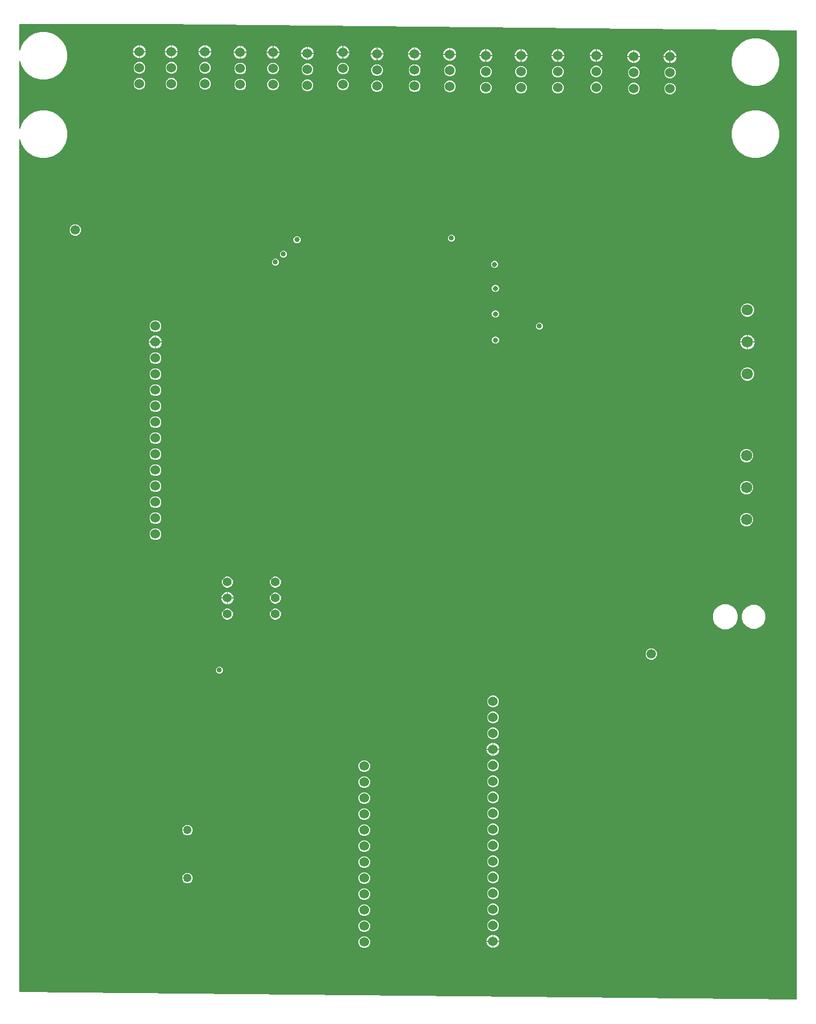
<source format=gbr>
G04 EAGLE Gerber RS-274X export*
G75*
%MOMM*%
%FSLAX34Y34*%
%LPD*%
%INCopper Layer 2*%
%IPPOS*%
%AMOC8*
5,1,8,0,0,1.08239X$1,22.5*%
G01*
G04 Define Apertures*
%ADD10C,1.524000*%
%ADD11C,1.320800*%
%ADD12C,1.800000*%
%ADD13C,1.408000*%
%ADD14C,0.806400*%
%ADD15C,1.056400*%
%ADD16C,0.756400*%
%ADD17C,1.500000*%
G36*
X1119468Y-535774D02*
X1119170Y-535831D01*
X-113546Y-523624D01*
X-113813Y-523573D01*
X-114068Y-523410D01*
X-114240Y-523160D01*
X-114300Y-522862D01*
X-114300Y829096D01*
X-114215Y829445D01*
X-114026Y829682D01*
X-113759Y829826D01*
X-113457Y829854D01*
X-113168Y829762D01*
X-112937Y829565D01*
X-112802Y829293D01*
X-111294Y823664D01*
X-106336Y815076D01*
X-99324Y808065D01*
X-90736Y803106D01*
X-81158Y800540D01*
X-71242Y800540D01*
X-61664Y803106D01*
X-53076Y808065D01*
X-46065Y815076D01*
X-41106Y823664D01*
X-38540Y833242D01*
X-38540Y843158D01*
X-41106Y852736D01*
X-46065Y861324D01*
X-53076Y868336D01*
X-61664Y873294D01*
X-71242Y875860D01*
X-81158Y875860D01*
X-90736Y873294D01*
X-99324Y868336D01*
X-106336Y861324D01*
X-111294Y852736D01*
X-112802Y847107D01*
X-112974Y846791D01*
X-113219Y846612D01*
X-113514Y846542D01*
X-113813Y846593D01*
X-114068Y846757D01*
X-114240Y847007D01*
X-114300Y847304D01*
X-114300Y953677D01*
X-114215Y954026D01*
X-114026Y954263D01*
X-113759Y954406D01*
X-113457Y954435D01*
X-113168Y954343D01*
X-112937Y954146D01*
X-112802Y953874D01*
X-111263Y948129D01*
X-106305Y939542D01*
X-99293Y932530D01*
X-90705Y927572D01*
X-81127Y925005D01*
X-71211Y925005D01*
X-61633Y927572D01*
X-53045Y932530D01*
X-46034Y939542D01*
X-41076Y948129D01*
X-38509Y957707D01*
X-38509Y967623D01*
X-41076Y977202D01*
X-46034Y985789D01*
X-53045Y992801D01*
X-61633Y997759D01*
X-71211Y1000325D01*
X-81127Y1000325D01*
X-90705Y997759D01*
X-99293Y992801D01*
X-106305Y985789D01*
X-111263Y977202D01*
X-112802Y971457D01*
X-112974Y971141D01*
X-113219Y970962D01*
X-113514Y970892D01*
X-113813Y970943D01*
X-114068Y971106D01*
X-114240Y971357D01*
X-114300Y971654D01*
X-114300Y1011938D01*
X-114249Y1012213D01*
X-114085Y1012468D01*
X-113835Y1012640D01*
X-113538Y1012700D01*
X104047Y1012700D01*
X104055Y1012700D01*
X1119186Y1002648D01*
X1119453Y1002596D01*
X1119708Y1002433D01*
X1119880Y1002183D01*
X1119940Y1001886D01*
X1119940Y-535069D01*
X1119886Y-535351D01*
X1119720Y-535605D01*
X1119468Y-535774D01*
G37*
%LPC*%
G36*
X1049142Y914840D02*
X1059058Y914840D01*
X1068636Y917406D01*
X1077224Y922365D01*
X1084236Y929376D01*
X1089194Y937964D01*
X1091760Y947542D01*
X1091760Y957458D01*
X1089194Y967036D01*
X1084236Y975624D01*
X1077224Y982636D01*
X1068636Y987594D01*
X1059058Y990160D01*
X1049142Y990160D01*
X1039564Y987594D01*
X1030976Y982636D01*
X1023965Y975624D01*
X1019006Y967036D01*
X1016440Y957458D01*
X1016440Y947542D01*
X1019006Y937964D01*
X1023965Y929376D01*
X1030976Y922365D01*
X1039564Y917406D01*
X1049142Y914840D01*
G37*
G36*
X170180Y969772D02*
X179578Y969772D01*
X179578Y979170D01*
X178319Y979170D01*
X174585Y977623D01*
X171727Y974765D01*
X170180Y971031D01*
X170180Y969772D01*
G37*
G36*
X116840Y969772D02*
X126238Y969772D01*
X126238Y979170D01*
X124979Y979170D01*
X121245Y977623D01*
X118387Y974765D01*
X116840Y971031D01*
X116840Y969772D01*
G37*
G36*
X127762Y969772D02*
X137160Y969772D01*
X137160Y971031D01*
X135613Y974765D01*
X132755Y977623D01*
X129021Y979170D01*
X127762Y979170D01*
X127762Y969772D01*
G37*
G36*
X181102Y969772D02*
X190500Y969772D01*
X190500Y971031D01*
X188953Y974765D01*
X186095Y977623D01*
X182361Y979170D01*
X181102Y979170D01*
X181102Y969772D01*
G37*
G36*
X66040Y969507D02*
X75438Y969507D01*
X75438Y978905D01*
X74179Y978905D01*
X70445Y977358D01*
X67587Y974500D01*
X66040Y970766D01*
X66040Y969507D01*
G37*
G36*
X76962Y969507D02*
X86360Y969507D01*
X86360Y970766D01*
X84813Y974500D01*
X81955Y977358D01*
X78221Y978905D01*
X76962Y978905D01*
X76962Y969507D01*
G37*
G36*
X399796Y968502D02*
X409194Y968502D01*
X409194Y969761D01*
X407647Y973495D01*
X404789Y976353D01*
X401055Y977900D01*
X399796Y977900D01*
X399796Y968502D01*
G37*
G36*
X388874Y968502D02*
X398272Y968502D01*
X398272Y977900D01*
X397013Y977900D01*
X393279Y976353D01*
X390421Y973495D01*
X388874Y969761D01*
X388874Y968502D01*
G37*
G36*
X278130Y968502D02*
X287528Y968502D01*
X287528Y977900D01*
X286269Y977900D01*
X282535Y976353D01*
X279677Y973495D01*
X278130Y969761D01*
X278130Y968502D01*
G37*
G36*
X226060Y968502D02*
X235458Y968502D01*
X235458Y977900D01*
X234199Y977900D01*
X230465Y976353D01*
X227607Y973495D01*
X226060Y969761D01*
X226060Y968502D01*
G37*
G36*
X236982Y968502D02*
X246380Y968502D01*
X246380Y969761D01*
X244833Y973495D01*
X241975Y976353D01*
X238241Y977900D01*
X236982Y977900D01*
X236982Y968502D01*
G37*
G36*
X289052Y968502D02*
X298450Y968502D01*
X298450Y969761D01*
X296903Y973495D01*
X294045Y976353D01*
X290311Y977900D01*
X289052Y977900D01*
X289052Y968502D01*
G37*
G36*
X343662Y967232D02*
X353060Y967232D01*
X353060Y968491D01*
X351513Y972225D01*
X348655Y975083D01*
X344921Y976630D01*
X343662Y976630D01*
X343662Y967232D01*
G37*
G36*
X332740Y967232D02*
X342138Y967232D01*
X342138Y976630D01*
X340879Y976630D01*
X337145Y975083D01*
X334287Y972225D01*
X332740Y968491D01*
X332740Y967232D01*
G37*
G36*
X502920Y965962D02*
X512318Y965962D01*
X512318Y975360D01*
X511059Y975360D01*
X507325Y973813D01*
X504467Y970955D01*
X502920Y967221D01*
X502920Y965962D01*
G37*
G36*
X443230Y965962D02*
X452628Y965962D01*
X452628Y975360D01*
X451369Y975360D01*
X447635Y973813D01*
X444777Y970955D01*
X443230Y967221D01*
X443230Y965962D01*
G37*
G36*
X454152Y965962D02*
X463550Y965962D01*
X463550Y967221D01*
X462003Y970955D01*
X459145Y973813D01*
X455411Y975360D01*
X454152Y975360D01*
X454152Y965962D01*
G37*
G36*
X513842Y965962D02*
X523240Y965962D01*
X523240Y967221D01*
X521693Y970955D01*
X518835Y973813D01*
X515101Y975360D01*
X513842Y975360D01*
X513842Y965962D01*
G37*
G36*
X558800Y965202D02*
X568198Y965202D01*
X568198Y974600D01*
X566939Y974600D01*
X563205Y973053D01*
X560347Y970195D01*
X558800Y966461D01*
X558800Y965202D01*
G37*
G36*
X569722Y965202D02*
X579120Y965202D01*
X579120Y966461D01*
X577573Y970195D01*
X574715Y973053D01*
X570981Y974600D01*
X569722Y974600D01*
X569722Y965202D01*
G37*
G36*
X791210Y963932D02*
X800608Y963932D01*
X800608Y973330D01*
X799349Y973330D01*
X795615Y971783D01*
X792757Y968925D01*
X791210Y965191D01*
X791210Y963932D01*
G37*
G36*
X802132Y963932D02*
X811530Y963932D01*
X811530Y965191D01*
X809983Y968925D01*
X807125Y971783D01*
X803391Y973330D01*
X802132Y973330D01*
X802132Y963932D01*
G37*
G36*
X671830Y963422D02*
X681228Y963422D01*
X681228Y972820D01*
X679969Y972820D01*
X676235Y971273D01*
X673377Y968415D01*
X671830Y964681D01*
X671830Y963422D01*
G37*
G36*
X615950Y963422D02*
X625348Y963422D01*
X625348Y972820D01*
X624089Y972820D01*
X620355Y971273D01*
X617497Y968415D01*
X615950Y964681D01*
X615950Y963422D01*
G37*
G36*
X730250Y963422D02*
X739648Y963422D01*
X739648Y972820D01*
X738389Y972820D01*
X734655Y971273D01*
X731797Y968415D01*
X730250Y964681D01*
X730250Y963422D01*
G37*
G36*
X741172Y963422D02*
X750570Y963422D01*
X750570Y964681D01*
X749023Y968415D01*
X746165Y971273D01*
X742431Y972820D01*
X741172Y972820D01*
X741172Y963422D01*
G37*
G36*
X626872Y963422D02*
X636270Y963422D01*
X636270Y964681D01*
X634723Y968415D01*
X631865Y971273D01*
X628131Y972820D01*
X626872Y972820D01*
X626872Y963422D01*
G37*
G36*
X682752Y963422D02*
X692150Y963422D01*
X692150Y964681D01*
X690603Y968415D01*
X687745Y971273D01*
X684011Y972820D01*
X682752Y972820D01*
X682752Y963422D01*
G37*
G36*
X850900Y962152D02*
X860298Y962152D01*
X860298Y971550D01*
X859039Y971550D01*
X855305Y970003D01*
X852447Y967145D01*
X850900Y963411D01*
X850900Y962152D01*
G37*
G36*
X861822Y962152D02*
X871220Y962152D01*
X871220Y963411D01*
X869673Y967145D01*
X866815Y970003D01*
X863081Y971550D01*
X861822Y971550D01*
X861822Y962152D01*
G37*
G36*
X908413Y961781D02*
X917811Y961781D01*
X917811Y971179D01*
X916552Y971179D01*
X912818Y969632D01*
X909960Y966774D01*
X908413Y963040D01*
X908413Y961781D01*
G37*
G36*
X919335Y961781D02*
X928733Y961781D01*
X928733Y963040D01*
X927187Y966774D01*
X924329Y969632D01*
X920594Y971179D01*
X919335Y971179D01*
X919335Y961781D01*
G37*
G36*
X124979Y958850D02*
X126238Y958850D01*
X126238Y968248D01*
X116840Y968248D01*
X116840Y966989D01*
X118387Y963255D01*
X121245Y960397D01*
X124979Y958850D01*
G37*
G36*
X181102Y958850D02*
X182361Y958850D01*
X186095Y960397D01*
X188953Y963255D01*
X190500Y966989D01*
X190500Y968248D01*
X181102Y968248D01*
X181102Y958850D01*
G37*
G36*
X178319Y958850D02*
X179578Y958850D01*
X179578Y968248D01*
X170180Y968248D01*
X170180Y966989D01*
X171727Y963255D01*
X174585Y960397D01*
X178319Y958850D01*
G37*
G36*
X127762Y958850D02*
X129021Y958850D01*
X132755Y960397D01*
X135613Y963255D01*
X137160Y966989D01*
X137160Y968248D01*
X127762Y968248D01*
X127762Y958850D01*
G37*
G36*
X76962Y958585D02*
X78221Y958585D01*
X81955Y960132D01*
X84813Y962990D01*
X86360Y966724D01*
X86360Y967983D01*
X76962Y967983D01*
X76962Y958585D01*
G37*
G36*
X74179Y958585D02*
X75438Y958585D01*
X75438Y967983D01*
X66040Y967983D01*
X66040Y966724D01*
X67587Y962990D01*
X70445Y960132D01*
X74179Y958585D01*
G37*
G36*
X397013Y957580D02*
X398272Y957580D01*
X398272Y966978D01*
X388874Y966978D01*
X388874Y965719D01*
X390421Y961985D01*
X393279Y959127D01*
X397013Y957580D01*
G37*
G36*
X399796Y957580D02*
X401055Y957580D01*
X404789Y959127D01*
X407647Y961985D01*
X409194Y965719D01*
X409194Y966978D01*
X399796Y966978D01*
X399796Y957580D01*
G37*
G36*
X289052Y957580D02*
X290311Y957580D01*
X294045Y959127D01*
X296903Y961985D01*
X298450Y965719D01*
X298450Y966978D01*
X289052Y966978D01*
X289052Y957580D01*
G37*
G36*
X286269Y957580D02*
X287528Y957580D01*
X287528Y966978D01*
X278130Y966978D01*
X278130Y965719D01*
X279677Y961985D01*
X282535Y959127D01*
X286269Y957580D01*
G37*
G36*
X236982Y957580D02*
X238241Y957580D01*
X241975Y959127D01*
X244833Y961985D01*
X246380Y965719D01*
X246380Y966978D01*
X236982Y966978D01*
X236982Y957580D01*
G37*
G36*
X234199Y957580D02*
X235458Y957580D01*
X235458Y966978D01*
X226060Y966978D01*
X226060Y965719D01*
X227607Y961985D01*
X230465Y959127D01*
X234199Y957580D01*
G37*
G36*
X343662Y956310D02*
X344921Y956310D01*
X348655Y957857D01*
X351513Y960715D01*
X353060Y964449D01*
X353060Y965708D01*
X343662Y965708D01*
X343662Y956310D01*
G37*
G36*
X340879Y956310D02*
X342138Y956310D01*
X342138Y965708D01*
X332740Y965708D01*
X332740Y964449D01*
X334287Y960715D01*
X337145Y957857D01*
X340879Y956310D01*
G37*
G36*
X513842Y955040D02*
X515101Y955040D01*
X518835Y956587D01*
X521693Y959445D01*
X523240Y963179D01*
X523240Y964438D01*
X513842Y964438D01*
X513842Y955040D01*
G37*
G36*
X511059Y955040D02*
X512318Y955040D01*
X512318Y964438D01*
X502920Y964438D01*
X502920Y963179D01*
X504467Y959445D01*
X507325Y956587D01*
X511059Y955040D01*
G37*
G36*
X454152Y955040D02*
X455411Y955040D01*
X459145Y956587D01*
X462003Y959445D01*
X463550Y963179D01*
X463550Y964438D01*
X454152Y964438D01*
X454152Y955040D01*
G37*
G36*
X451369Y955040D02*
X452628Y955040D01*
X452628Y964438D01*
X443230Y964438D01*
X443230Y963179D01*
X444777Y959445D01*
X447635Y956587D01*
X451369Y955040D01*
G37*
G36*
X569722Y954280D02*
X570981Y954280D01*
X574715Y955827D01*
X577573Y958685D01*
X579120Y962419D01*
X579120Y963678D01*
X569722Y963678D01*
X569722Y954280D01*
G37*
G36*
X566939Y954280D02*
X568198Y954280D01*
X568198Y963678D01*
X558800Y963678D01*
X558800Y962419D01*
X560347Y958685D01*
X563205Y955827D01*
X566939Y954280D01*
G37*
G36*
X802132Y953010D02*
X803391Y953010D01*
X807125Y954557D01*
X809983Y957415D01*
X811530Y961149D01*
X811530Y962408D01*
X802132Y962408D01*
X802132Y953010D01*
G37*
G36*
X799349Y953010D02*
X800608Y953010D01*
X800608Y962408D01*
X791210Y962408D01*
X791210Y961149D01*
X792757Y957415D01*
X795615Y954557D01*
X799349Y953010D01*
G37*
G36*
X626872Y952500D02*
X628131Y952500D01*
X631865Y954047D01*
X634723Y956905D01*
X636270Y960639D01*
X636270Y961898D01*
X626872Y961898D01*
X626872Y952500D01*
G37*
G36*
X624089Y952500D02*
X625348Y952500D01*
X625348Y961898D01*
X615950Y961898D01*
X615950Y960639D01*
X617497Y956905D01*
X620355Y954047D01*
X624089Y952500D01*
G37*
G36*
X679969Y952500D02*
X681228Y952500D01*
X681228Y961898D01*
X671830Y961898D01*
X671830Y960639D01*
X673377Y956905D01*
X676235Y954047D01*
X679969Y952500D01*
G37*
G36*
X741172Y952500D02*
X742431Y952500D01*
X746165Y954047D01*
X749023Y956905D01*
X750570Y960639D01*
X750570Y961898D01*
X741172Y961898D01*
X741172Y952500D01*
G37*
G36*
X738389Y952500D02*
X739648Y952500D01*
X739648Y961898D01*
X730250Y961898D01*
X730250Y960639D01*
X731797Y956905D01*
X734655Y954047D01*
X738389Y952500D01*
G37*
G36*
X682752Y952500D02*
X684011Y952500D01*
X687745Y954047D01*
X690603Y956905D01*
X692150Y960639D01*
X692150Y961898D01*
X682752Y961898D01*
X682752Y952500D01*
G37*
G36*
X861822Y951230D02*
X863081Y951230D01*
X866815Y952777D01*
X869673Y955635D01*
X871220Y959369D01*
X871220Y960628D01*
X861822Y960628D01*
X861822Y951230D01*
G37*
G36*
X859039Y951230D02*
X860298Y951230D01*
X860298Y960628D01*
X850900Y960628D01*
X850900Y959369D01*
X852447Y955635D01*
X855305Y952777D01*
X859039Y951230D01*
G37*
G36*
X919335Y950859D02*
X920594Y950859D01*
X924329Y952406D01*
X927187Y955264D01*
X928733Y958998D01*
X928733Y960257D01*
X919335Y960257D01*
X919335Y950859D01*
G37*
G36*
X916552Y950859D02*
X917811Y950859D01*
X917811Y960257D01*
X908413Y960257D01*
X908413Y958998D01*
X909960Y955264D01*
X912818Y952406D01*
X916552Y950859D01*
G37*
G36*
X178521Y934466D02*
X182159Y934466D01*
X185520Y935858D01*
X188092Y938430D01*
X189484Y941791D01*
X189484Y945429D01*
X188092Y948790D01*
X185520Y951362D01*
X182159Y952754D01*
X178521Y952754D01*
X175160Y951362D01*
X172588Y948790D01*
X171196Y945429D01*
X171196Y941791D01*
X172588Y938430D01*
X175160Y935858D01*
X178521Y934466D01*
G37*
G36*
X125181Y934466D02*
X128819Y934466D01*
X132180Y935858D01*
X134752Y938430D01*
X136144Y941791D01*
X136144Y945429D01*
X134752Y948790D01*
X132180Y951362D01*
X128819Y952754D01*
X125181Y952754D01*
X121820Y951362D01*
X119248Y948790D01*
X117856Y945429D01*
X117856Y941791D01*
X119248Y938430D01*
X121820Y935858D01*
X125181Y934466D01*
G37*
G36*
X74381Y934201D02*
X78019Y934201D01*
X81380Y935593D01*
X83952Y938165D01*
X85344Y941526D01*
X85344Y945164D01*
X83952Y948525D01*
X81380Y951097D01*
X78019Y952489D01*
X74381Y952489D01*
X71020Y951097D01*
X68448Y948525D01*
X67056Y945164D01*
X67056Y941526D01*
X68448Y938165D01*
X71020Y935593D01*
X74381Y934201D01*
G37*
G36*
X397215Y933196D02*
X400853Y933196D01*
X404214Y934588D01*
X406786Y937160D01*
X408178Y940521D01*
X408178Y944159D01*
X406786Y947520D01*
X404214Y950092D01*
X400853Y951484D01*
X397215Y951484D01*
X393854Y950092D01*
X391282Y947520D01*
X389890Y944159D01*
X389890Y940521D01*
X391282Y937160D01*
X393854Y934588D01*
X397215Y933196D01*
G37*
G36*
X286471Y933196D02*
X290109Y933196D01*
X293470Y934588D01*
X296042Y937160D01*
X297434Y940521D01*
X297434Y944159D01*
X296042Y947520D01*
X293470Y950092D01*
X290109Y951484D01*
X286471Y951484D01*
X283110Y950092D01*
X280538Y947520D01*
X279146Y944159D01*
X279146Y940521D01*
X280538Y937160D01*
X283110Y934588D01*
X286471Y933196D01*
G37*
G36*
X234401Y933196D02*
X238039Y933196D01*
X241400Y934588D01*
X243972Y937160D01*
X245364Y940521D01*
X245364Y944159D01*
X243972Y947520D01*
X241400Y950092D01*
X238039Y951484D01*
X234401Y951484D01*
X231040Y950092D01*
X228468Y947520D01*
X227076Y944159D01*
X227076Y940521D01*
X228468Y937160D01*
X231040Y934588D01*
X234401Y933196D01*
G37*
G36*
X341081Y931926D02*
X344719Y931926D01*
X348080Y933318D01*
X350652Y935890D01*
X352044Y939251D01*
X352044Y942889D01*
X350652Y946250D01*
X348080Y948822D01*
X344719Y950214D01*
X341081Y950214D01*
X337720Y948822D01*
X335148Y946250D01*
X333756Y942889D01*
X333756Y939251D01*
X335148Y935890D01*
X337720Y933318D01*
X341081Y931926D01*
G37*
G36*
X451571Y930656D02*
X455209Y930656D01*
X458570Y932048D01*
X461142Y934620D01*
X462534Y937981D01*
X462534Y941619D01*
X461142Y944980D01*
X458570Y947552D01*
X455209Y948944D01*
X451571Y948944D01*
X448210Y947552D01*
X445638Y944980D01*
X444246Y941619D01*
X444246Y937981D01*
X445638Y934620D01*
X448210Y932048D01*
X451571Y930656D01*
G37*
G36*
X511261Y930656D02*
X514899Y930656D01*
X518260Y932048D01*
X520832Y934620D01*
X522224Y937981D01*
X522224Y941619D01*
X520832Y944980D01*
X518260Y947552D01*
X514899Y948944D01*
X511261Y948944D01*
X507900Y947552D01*
X505328Y944980D01*
X503936Y941619D01*
X503936Y937981D01*
X505328Y934620D01*
X507900Y932048D01*
X511261Y930656D01*
G37*
G36*
X567141Y929896D02*
X570779Y929896D01*
X574140Y931288D01*
X576712Y933860D01*
X578104Y937221D01*
X578104Y940859D01*
X576712Y944220D01*
X574140Y946792D01*
X570779Y948184D01*
X567141Y948184D01*
X563780Y946792D01*
X561208Y944220D01*
X559816Y940859D01*
X559816Y937221D01*
X561208Y933860D01*
X563780Y931288D01*
X567141Y929896D01*
G37*
G36*
X799551Y928626D02*
X803189Y928626D01*
X806550Y930018D01*
X809122Y932590D01*
X810514Y935951D01*
X810514Y939589D01*
X809122Y942950D01*
X806550Y945522D01*
X803189Y946914D01*
X799551Y946914D01*
X796190Y945522D01*
X793618Y942950D01*
X792226Y939589D01*
X792226Y935951D01*
X793618Y932590D01*
X796190Y930018D01*
X799551Y928626D01*
G37*
G36*
X624291Y928116D02*
X627929Y928116D01*
X631290Y929508D01*
X633862Y932080D01*
X635254Y935441D01*
X635254Y939079D01*
X633862Y942440D01*
X631290Y945012D01*
X627929Y946404D01*
X624291Y946404D01*
X620930Y945012D01*
X618358Y942440D01*
X616966Y939079D01*
X616966Y935441D01*
X618358Y932080D01*
X620930Y929508D01*
X624291Y928116D01*
G37*
G36*
X680171Y928116D02*
X683809Y928116D01*
X687170Y929508D01*
X689742Y932080D01*
X691134Y935441D01*
X691134Y939079D01*
X689742Y942440D01*
X687170Y945012D01*
X683809Y946404D01*
X680171Y946404D01*
X676810Y945012D01*
X674238Y942440D01*
X672846Y939079D01*
X672846Y935441D01*
X674238Y932080D01*
X676810Y929508D01*
X680171Y928116D01*
G37*
G36*
X738591Y928116D02*
X742229Y928116D01*
X745590Y929508D01*
X748162Y932080D01*
X749554Y935441D01*
X749554Y939079D01*
X748162Y942440D01*
X745590Y945012D01*
X742229Y946404D01*
X738591Y946404D01*
X735230Y945012D01*
X732658Y942440D01*
X731266Y939079D01*
X731266Y935441D01*
X732658Y932080D01*
X735230Y929508D01*
X738591Y928116D01*
G37*
G36*
X859241Y926846D02*
X862879Y926846D01*
X866240Y928238D01*
X868812Y930810D01*
X870204Y934171D01*
X870204Y937809D01*
X868812Y941170D01*
X866240Y943742D01*
X862879Y945134D01*
X859241Y945134D01*
X855880Y943742D01*
X853308Y941170D01*
X851916Y937809D01*
X851916Y934171D01*
X853308Y930810D01*
X855880Y928238D01*
X859241Y926846D01*
G37*
G36*
X916754Y926475D02*
X920392Y926475D01*
X923753Y927867D01*
X926325Y930439D01*
X927717Y933800D01*
X927717Y937438D01*
X926325Y940799D01*
X923753Y943371D01*
X920392Y944763D01*
X916754Y944763D01*
X913394Y943371D01*
X910821Y940799D01*
X909429Y937438D01*
X909429Y933800D01*
X910821Y930439D01*
X913394Y927867D01*
X916754Y926475D01*
G37*
G36*
X178521Y909066D02*
X182159Y909066D01*
X185520Y910458D01*
X188092Y913030D01*
X189484Y916391D01*
X189484Y920029D01*
X188092Y923390D01*
X185520Y925962D01*
X182159Y927354D01*
X178521Y927354D01*
X175160Y925962D01*
X172588Y923390D01*
X171196Y920029D01*
X171196Y916391D01*
X172588Y913030D01*
X175160Y910458D01*
X178521Y909066D01*
G37*
G36*
X125181Y909066D02*
X128819Y909066D01*
X132180Y910458D01*
X134752Y913030D01*
X136144Y916391D01*
X136144Y920029D01*
X134752Y923390D01*
X132180Y925962D01*
X128819Y927354D01*
X125181Y927354D01*
X121820Y925962D01*
X119248Y923390D01*
X117856Y920029D01*
X117856Y916391D01*
X119248Y913030D01*
X121820Y910458D01*
X125181Y909066D01*
G37*
G36*
X74381Y908801D02*
X78019Y908801D01*
X81380Y910193D01*
X83952Y912765D01*
X85344Y916126D01*
X85344Y919764D01*
X83952Y923125D01*
X81380Y925697D01*
X78019Y927089D01*
X74381Y927089D01*
X71020Y925697D01*
X68448Y923125D01*
X67056Y919764D01*
X67056Y916126D01*
X68448Y912765D01*
X71020Y910193D01*
X74381Y908801D01*
G37*
G36*
X286471Y907796D02*
X290109Y907796D01*
X293470Y909188D01*
X296042Y911760D01*
X297434Y915121D01*
X297434Y918759D01*
X296042Y922120D01*
X293470Y924692D01*
X290109Y926084D01*
X286471Y926084D01*
X283110Y924692D01*
X280538Y922120D01*
X279146Y918759D01*
X279146Y915121D01*
X280538Y911760D01*
X283110Y909188D01*
X286471Y907796D01*
G37*
G36*
X397215Y907796D02*
X400853Y907796D01*
X404214Y909188D01*
X406786Y911760D01*
X408178Y915121D01*
X408178Y918759D01*
X406786Y922120D01*
X404214Y924692D01*
X400853Y926084D01*
X397215Y926084D01*
X393854Y924692D01*
X391282Y922120D01*
X389890Y918759D01*
X389890Y915121D01*
X391282Y911760D01*
X393854Y909188D01*
X397215Y907796D01*
G37*
G36*
X234401Y907796D02*
X238039Y907796D01*
X241400Y909188D01*
X243972Y911760D01*
X245364Y915121D01*
X245364Y918759D01*
X243972Y922120D01*
X241400Y924692D01*
X238039Y926084D01*
X234401Y926084D01*
X231040Y924692D01*
X228468Y922120D01*
X227076Y918759D01*
X227076Y915121D01*
X228468Y911760D01*
X231040Y909188D01*
X234401Y907796D01*
G37*
G36*
X341081Y906526D02*
X344719Y906526D01*
X348080Y907918D01*
X350652Y910490D01*
X352044Y913851D01*
X352044Y917489D01*
X350652Y920850D01*
X348080Y923422D01*
X344719Y924814D01*
X341081Y924814D01*
X337720Y923422D01*
X335148Y920850D01*
X333756Y917489D01*
X333756Y913851D01*
X335148Y910490D01*
X337720Y907918D01*
X341081Y906526D01*
G37*
G36*
X511261Y905256D02*
X514899Y905256D01*
X518260Y906648D01*
X520832Y909220D01*
X522224Y912581D01*
X522224Y916219D01*
X520832Y919580D01*
X518260Y922152D01*
X514899Y923544D01*
X511261Y923544D01*
X507900Y922152D01*
X505328Y919580D01*
X503936Y916219D01*
X503936Y912581D01*
X505328Y909220D01*
X507900Y906648D01*
X511261Y905256D01*
G37*
G36*
X451571Y905256D02*
X455209Y905256D01*
X458570Y906648D01*
X461142Y909220D01*
X462534Y912581D01*
X462534Y916219D01*
X461142Y919580D01*
X458570Y922152D01*
X455209Y923544D01*
X451571Y923544D01*
X448210Y922152D01*
X445638Y919580D01*
X444246Y916219D01*
X444246Y912581D01*
X445638Y909220D01*
X448210Y906648D01*
X451571Y905256D01*
G37*
G36*
X567141Y904496D02*
X570779Y904496D01*
X574140Y905888D01*
X576712Y908460D01*
X578104Y911821D01*
X578104Y915459D01*
X576712Y918820D01*
X574140Y921392D01*
X570779Y922784D01*
X567141Y922784D01*
X563780Y921392D01*
X561208Y918820D01*
X559816Y915459D01*
X559816Y911821D01*
X561208Y908460D01*
X563780Y905888D01*
X567141Y904496D01*
G37*
G36*
X799551Y903226D02*
X803189Y903226D01*
X806550Y904618D01*
X809122Y907190D01*
X810514Y910551D01*
X810514Y914189D01*
X809122Y917550D01*
X806550Y920122D01*
X803189Y921514D01*
X799551Y921514D01*
X796190Y920122D01*
X793618Y917550D01*
X792226Y914189D01*
X792226Y910551D01*
X793618Y907190D01*
X796190Y904618D01*
X799551Y903226D01*
G37*
G36*
X738591Y902716D02*
X742229Y902716D01*
X745590Y904108D01*
X748162Y906680D01*
X749554Y910041D01*
X749554Y913679D01*
X748162Y917040D01*
X745590Y919612D01*
X742229Y921004D01*
X738591Y921004D01*
X735230Y919612D01*
X732658Y917040D01*
X731266Y913679D01*
X731266Y910041D01*
X732658Y906680D01*
X735230Y904108D01*
X738591Y902716D01*
G37*
G36*
X680171Y902716D02*
X683809Y902716D01*
X687170Y904108D01*
X689742Y906680D01*
X691134Y910041D01*
X691134Y913679D01*
X689742Y917040D01*
X687170Y919612D01*
X683809Y921004D01*
X680171Y921004D01*
X676810Y919612D01*
X674238Y917040D01*
X672846Y913679D01*
X672846Y910041D01*
X674238Y906680D01*
X676810Y904108D01*
X680171Y902716D01*
G37*
G36*
X624291Y902716D02*
X627929Y902716D01*
X631290Y904108D01*
X633862Y906680D01*
X635254Y910041D01*
X635254Y913679D01*
X633862Y917040D01*
X631290Y919612D01*
X627929Y921004D01*
X624291Y921004D01*
X620930Y919612D01*
X618358Y917040D01*
X616966Y913679D01*
X616966Y910041D01*
X618358Y906680D01*
X620930Y904108D01*
X624291Y902716D01*
G37*
G36*
X859241Y901446D02*
X862879Y901446D01*
X866240Y902838D01*
X868812Y905410D01*
X870204Y908771D01*
X870204Y912409D01*
X868812Y915770D01*
X866240Y918342D01*
X862879Y919734D01*
X859241Y919734D01*
X855880Y918342D01*
X853308Y915770D01*
X851916Y912409D01*
X851916Y908771D01*
X853308Y905410D01*
X855880Y902838D01*
X859241Y901446D01*
G37*
G36*
X916754Y901075D02*
X920392Y901075D01*
X923753Y902467D01*
X926325Y905039D01*
X927717Y908400D01*
X927717Y912038D01*
X926325Y915399D01*
X923753Y917971D01*
X920392Y919363D01*
X916754Y919363D01*
X913394Y917971D01*
X910821Y915399D01*
X909429Y912038D01*
X909429Y908400D01*
X910821Y905039D01*
X913394Y902467D01*
X916754Y901075D01*
G37*
G36*
X1049142Y800540D02*
X1059058Y800540D01*
X1068636Y803106D01*
X1077224Y808065D01*
X1084236Y815076D01*
X1089194Y823664D01*
X1091760Y833242D01*
X1091760Y843158D01*
X1089194Y852736D01*
X1084236Y861324D01*
X1077224Y868336D01*
X1068636Y873294D01*
X1059058Y875860D01*
X1049142Y875860D01*
X1039564Y873294D01*
X1030976Y868336D01*
X1023965Y861324D01*
X1019006Y852736D01*
X1016440Y843158D01*
X1016440Y833242D01*
X1019006Y823664D01*
X1023965Y815076D01*
X1030976Y808065D01*
X1039564Y803106D01*
X1049142Y800540D01*
G37*
G36*
X-27195Y676776D02*
X-23605Y676776D01*
X-20288Y678150D01*
X-17750Y680688D01*
X-16376Y684005D01*
X-16376Y687595D01*
X-17750Y690912D01*
X-20288Y693450D01*
X-23605Y694824D01*
X-27195Y694824D01*
X-30512Y693450D01*
X-33050Y690912D01*
X-34424Y687595D01*
X-34424Y684005D01*
X-33050Y680688D01*
X-30512Y678150D01*
X-27195Y676776D01*
G37*
G36*
X570395Y667544D02*
X572605Y667544D01*
X574647Y668390D01*
X576210Y669953D01*
X577056Y671995D01*
X577056Y674205D01*
X576210Y676247D01*
X574647Y677810D01*
X572605Y678656D01*
X570395Y678656D01*
X568353Y677810D01*
X566790Y676247D01*
X565944Y674205D01*
X565944Y671995D01*
X566790Y669953D01*
X568353Y668390D01*
X570395Y667544D01*
G37*
G36*
X325285Y665004D02*
X327495Y665004D01*
X329537Y665850D01*
X331100Y667413D01*
X331946Y669455D01*
X331946Y671665D01*
X331100Y673707D01*
X329537Y675270D01*
X327495Y676116D01*
X325285Y676116D01*
X323243Y675270D01*
X321680Y673707D01*
X320834Y671665D01*
X320834Y669455D01*
X321680Y667413D01*
X323243Y665850D01*
X325285Y665004D01*
G37*
G36*
X303695Y642144D02*
X305905Y642144D01*
X307947Y642990D01*
X309510Y644553D01*
X310356Y646595D01*
X310356Y648805D01*
X309510Y650847D01*
X307947Y652410D01*
X305905Y653256D01*
X303695Y653256D01*
X301653Y652410D01*
X300090Y650847D01*
X299244Y648805D01*
X299244Y646595D01*
X300090Y644553D01*
X301653Y642990D01*
X303695Y642144D01*
G37*
G36*
X290995Y629444D02*
X293205Y629444D01*
X295247Y630290D01*
X296810Y631853D01*
X297656Y633895D01*
X297656Y636105D01*
X296810Y638147D01*
X295247Y639710D01*
X293205Y640556D01*
X290995Y640556D01*
X288953Y639710D01*
X287390Y638147D01*
X286544Y636105D01*
X286544Y633895D01*
X287390Y631853D01*
X288953Y630290D01*
X290995Y629444D01*
G37*
G36*
X638975Y625634D02*
X641185Y625634D01*
X643227Y626480D01*
X644790Y628043D01*
X645636Y630085D01*
X645636Y632295D01*
X644790Y634337D01*
X643227Y635900D01*
X641185Y636746D01*
X638975Y636746D01*
X636933Y635900D01*
X635370Y634337D01*
X634524Y632295D01*
X634524Y630085D01*
X635370Y628043D01*
X636933Y626480D01*
X638975Y625634D01*
G37*
G36*
X640245Y587534D02*
X642455Y587534D01*
X644497Y588380D01*
X646060Y589943D01*
X646906Y591985D01*
X646906Y594195D01*
X646060Y596237D01*
X644497Y597800D01*
X642455Y598646D01*
X640245Y598646D01*
X638203Y597800D01*
X636640Y596237D01*
X635794Y594195D01*
X635794Y591985D01*
X636640Y589943D01*
X638203Y588380D01*
X640245Y587534D01*
G37*
G36*
X1039307Y548276D02*
X1043493Y548276D01*
X1047361Y549878D01*
X1050322Y552839D01*
X1051924Y556707D01*
X1051924Y560893D01*
X1050322Y564761D01*
X1047361Y567722D01*
X1043493Y569324D01*
X1039307Y569324D01*
X1035439Y567722D01*
X1032478Y564761D01*
X1030876Y560893D01*
X1030876Y556707D01*
X1032478Y552839D01*
X1035439Y549878D01*
X1039307Y548276D01*
G37*
G36*
X640245Y546894D02*
X642455Y546894D01*
X644497Y547740D01*
X646060Y549303D01*
X646906Y551345D01*
X646906Y553555D01*
X646060Y555597D01*
X644497Y557160D01*
X642455Y558006D01*
X640245Y558006D01*
X638203Y557160D01*
X636640Y555597D01*
X635794Y553555D01*
X635794Y551345D01*
X636640Y549303D01*
X638203Y547740D01*
X640245Y546894D01*
G37*
G36*
X99781Y524256D02*
X103419Y524256D01*
X106780Y525648D01*
X109352Y528220D01*
X110744Y531581D01*
X110744Y535219D01*
X109352Y538580D01*
X106780Y541152D01*
X103419Y542544D01*
X99781Y542544D01*
X96420Y541152D01*
X93848Y538580D01*
X92456Y535219D01*
X92456Y531581D01*
X93848Y528220D01*
X96420Y525648D01*
X99781Y524256D01*
G37*
G36*
X710095Y527844D02*
X712305Y527844D01*
X714347Y528690D01*
X715910Y530253D01*
X716756Y532295D01*
X716756Y534505D01*
X715910Y536547D01*
X714347Y538110D01*
X712305Y538956D01*
X710095Y538956D01*
X708053Y538110D01*
X706490Y536547D01*
X705644Y534505D01*
X705644Y532295D01*
X706490Y530253D01*
X708053Y528690D01*
X710095Y527844D01*
G37*
G36*
X1029860Y508762D02*
X1040638Y508762D01*
X1040638Y519540D01*
X1039105Y519540D01*
X1034863Y517783D01*
X1031617Y514537D01*
X1029860Y510295D01*
X1029860Y508762D01*
G37*
G36*
X1042162Y508762D02*
X1052940Y508762D01*
X1052940Y510295D01*
X1051183Y514537D01*
X1047937Y517783D01*
X1043695Y519540D01*
X1042162Y519540D01*
X1042162Y508762D01*
G37*
G36*
X91440Y508762D02*
X100838Y508762D01*
X100838Y518160D01*
X99579Y518160D01*
X95845Y516613D01*
X92987Y513755D01*
X91440Y510021D01*
X91440Y508762D01*
G37*
G36*
X102362Y508762D02*
X111760Y508762D01*
X111760Y510021D01*
X110213Y513755D01*
X107355Y516613D01*
X103621Y518160D01*
X102362Y518160D01*
X102362Y508762D01*
G37*
G36*
X640245Y505524D02*
X642455Y505524D01*
X644497Y506370D01*
X646060Y507933D01*
X646906Y509975D01*
X646906Y512185D01*
X646060Y514227D01*
X644497Y515790D01*
X642455Y516636D01*
X640245Y516636D01*
X638203Y515790D01*
X636640Y514227D01*
X635794Y512185D01*
X635794Y509975D01*
X636640Y507933D01*
X638203Y506370D01*
X640245Y505524D01*
G37*
G36*
X1042162Y496460D02*
X1043695Y496460D01*
X1047937Y498217D01*
X1051183Y501463D01*
X1052940Y505705D01*
X1052940Y507238D01*
X1042162Y507238D01*
X1042162Y496460D01*
G37*
G36*
X1039105Y496460D02*
X1040638Y496460D01*
X1040638Y507238D01*
X1029860Y507238D01*
X1029860Y505705D01*
X1031617Y501463D01*
X1034863Y498217D01*
X1039105Y496460D01*
G37*
G36*
X102362Y497840D02*
X103621Y497840D01*
X107355Y499387D01*
X110213Y502245D01*
X111760Y505979D01*
X111760Y507238D01*
X102362Y507238D01*
X102362Y497840D01*
G37*
G36*
X99579Y497840D02*
X100838Y497840D01*
X100838Y507238D01*
X91440Y507238D01*
X91440Y505979D01*
X92987Y502245D01*
X95845Y499387D01*
X99579Y497840D01*
G37*
G36*
X99781Y473456D02*
X103419Y473456D01*
X106780Y474848D01*
X109352Y477420D01*
X110744Y480781D01*
X110744Y484419D01*
X109352Y487780D01*
X106780Y490352D01*
X103419Y491744D01*
X99781Y491744D01*
X96420Y490352D01*
X93848Y487780D01*
X92456Y484419D01*
X92456Y480781D01*
X93848Y477420D01*
X96420Y474848D01*
X99781Y473456D01*
G37*
G36*
X1039307Y446676D02*
X1043493Y446676D01*
X1047361Y448278D01*
X1050322Y451239D01*
X1051924Y455107D01*
X1051924Y459293D01*
X1050322Y463161D01*
X1047361Y466122D01*
X1043493Y467724D01*
X1039307Y467724D01*
X1035439Y466122D01*
X1032478Y463161D01*
X1030876Y459293D01*
X1030876Y455107D01*
X1032478Y451239D01*
X1035439Y448278D01*
X1039307Y446676D01*
G37*
G36*
X99781Y448056D02*
X103419Y448056D01*
X106780Y449448D01*
X109352Y452020D01*
X110744Y455381D01*
X110744Y459019D01*
X109352Y462380D01*
X106780Y464952D01*
X103419Y466344D01*
X99781Y466344D01*
X96420Y464952D01*
X93848Y462380D01*
X92456Y459019D01*
X92456Y455381D01*
X93848Y452020D01*
X96420Y449448D01*
X99781Y448056D01*
G37*
G36*
X99781Y422656D02*
X103419Y422656D01*
X106780Y424048D01*
X109352Y426620D01*
X110744Y429981D01*
X110744Y433619D01*
X109352Y436980D01*
X106780Y439552D01*
X103419Y440944D01*
X99781Y440944D01*
X96420Y439552D01*
X93848Y436980D01*
X92456Y433619D01*
X92456Y429981D01*
X93848Y426620D01*
X96420Y424048D01*
X99781Y422656D01*
G37*
G36*
X99781Y397256D02*
X103419Y397256D01*
X106780Y398648D01*
X109352Y401220D01*
X110744Y404581D01*
X110744Y408219D01*
X109352Y411580D01*
X106780Y414152D01*
X103419Y415544D01*
X99781Y415544D01*
X96420Y414152D01*
X93848Y411580D01*
X92456Y408219D01*
X92456Y404581D01*
X93848Y401220D01*
X96420Y398648D01*
X99781Y397256D01*
G37*
G36*
X99781Y371856D02*
X103419Y371856D01*
X106780Y373248D01*
X109352Y375820D01*
X110744Y379181D01*
X110744Y382819D01*
X109352Y386180D01*
X106780Y388752D01*
X103419Y390144D01*
X99781Y390144D01*
X96420Y388752D01*
X93848Y386180D01*
X92456Y382819D01*
X92456Y379181D01*
X93848Y375820D01*
X96420Y373248D01*
X99781Y371856D01*
G37*
G36*
X99781Y346456D02*
X103419Y346456D01*
X106780Y347848D01*
X109352Y350420D01*
X110744Y353781D01*
X110744Y357419D01*
X109352Y360780D01*
X106780Y363352D01*
X103419Y364744D01*
X99781Y364744D01*
X96420Y363352D01*
X93848Y360780D01*
X92456Y357419D01*
X92456Y353781D01*
X93848Y350420D01*
X96420Y347848D01*
X99781Y346456D01*
G37*
G36*
X99781Y321056D02*
X103419Y321056D01*
X106780Y322448D01*
X109352Y325020D01*
X110744Y328381D01*
X110744Y332019D01*
X109352Y335380D01*
X106780Y337952D01*
X103419Y339344D01*
X99781Y339344D01*
X96420Y337952D01*
X93848Y335380D01*
X92456Y332019D01*
X92456Y328381D01*
X93848Y325020D01*
X96420Y322448D01*
X99781Y321056D01*
G37*
G36*
X1038037Y317136D02*
X1042223Y317136D01*
X1046091Y318738D01*
X1049052Y321699D01*
X1050654Y325567D01*
X1050654Y329753D01*
X1049052Y333621D01*
X1046091Y336582D01*
X1042223Y338184D01*
X1038037Y338184D01*
X1034169Y336582D01*
X1031208Y333621D01*
X1029606Y329753D01*
X1029606Y325567D01*
X1031208Y321699D01*
X1034169Y318738D01*
X1038037Y317136D01*
G37*
G36*
X99781Y295656D02*
X103419Y295656D01*
X106780Y297048D01*
X109352Y299620D01*
X110744Y302981D01*
X110744Y306619D01*
X109352Y309980D01*
X106780Y312552D01*
X103419Y313944D01*
X99781Y313944D01*
X96420Y312552D01*
X93848Y309980D01*
X92456Y306619D01*
X92456Y302981D01*
X93848Y299620D01*
X96420Y297048D01*
X99781Y295656D01*
G37*
G36*
X99781Y270256D02*
X103419Y270256D01*
X106780Y271648D01*
X109352Y274220D01*
X110744Y277581D01*
X110744Y281219D01*
X109352Y284580D01*
X106780Y287152D01*
X103419Y288544D01*
X99781Y288544D01*
X96420Y287152D01*
X93848Y284580D01*
X92456Y281219D01*
X92456Y277581D01*
X93848Y274220D01*
X96420Y271648D01*
X99781Y270256D01*
G37*
G36*
X1038037Y266336D02*
X1042223Y266336D01*
X1046091Y267938D01*
X1049052Y270899D01*
X1050654Y274767D01*
X1050654Y278953D01*
X1049052Y282821D01*
X1046091Y285782D01*
X1042223Y287384D01*
X1038037Y287384D01*
X1034169Y285782D01*
X1031208Y282821D01*
X1029606Y278953D01*
X1029606Y274767D01*
X1031208Y270899D01*
X1034169Y267938D01*
X1038037Y266336D01*
G37*
G36*
X99781Y244856D02*
X103419Y244856D01*
X106780Y246248D01*
X109352Y248820D01*
X110744Y252181D01*
X110744Y255819D01*
X109352Y259180D01*
X106780Y261752D01*
X103419Y263144D01*
X99781Y263144D01*
X96420Y261752D01*
X93848Y259180D01*
X92456Y255819D01*
X92456Y252181D01*
X93848Y248820D01*
X96420Y246248D01*
X99781Y244856D01*
G37*
G36*
X99781Y219456D02*
X103419Y219456D01*
X106780Y220848D01*
X109352Y223420D01*
X110744Y226781D01*
X110744Y230419D01*
X109352Y233780D01*
X106780Y236352D01*
X103419Y237744D01*
X99781Y237744D01*
X96420Y236352D01*
X93848Y233780D01*
X92456Y230419D01*
X92456Y226781D01*
X93848Y223420D01*
X96420Y220848D01*
X99781Y219456D01*
G37*
G36*
X1038037Y215536D02*
X1042223Y215536D01*
X1046091Y217138D01*
X1049052Y220099D01*
X1050654Y223967D01*
X1050654Y228153D01*
X1049052Y232021D01*
X1046091Y234982D01*
X1042223Y236584D01*
X1038037Y236584D01*
X1034169Y234982D01*
X1031208Y232021D01*
X1029606Y228153D01*
X1029606Y223967D01*
X1031208Y220099D01*
X1034169Y217138D01*
X1038037Y215536D01*
G37*
G36*
X99781Y194056D02*
X103419Y194056D01*
X106780Y195448D01*
X109352Y198020D01*
X110744Y201381D01*
X110744Y205019D01*
X109352Y208380D01*
X106780Y210952D01*
X103419Y212344D01*
X99781Y212344D01*
X96420Y210952D01*
X93848Y208380D01*
X92456Y205019D01*
X92456Y201381D01*
X93848Y198020D01*
X96420Y195448D01*
X99781Y194056D01*
G37*
G36*
X290397Y118436D02*
X293804Y118436D01*
X296951Y119740D01*
X299360Y122149D01*
X300664Y125297D01*
X300664Y128704D01*
X299360Y131851D01*
X296951Y134260D01*
X293804Y135564D01*
X290397Y135564D01*
X287249Y134260D01*
X284840Y131851D01*
X283536Y128704D01*
X283536Y125297D01*
X284840Y122149D01*
X287249Y119740D01*
X290397Y118436D01*
G37*
G36*
X214197Y118436D02*
X217604Y118436D01*
X220751Y119740D01*
X223160Y122149D01*
X224464Y125297D01*
X224464Y128704D01*
X223160Y131851D01*
X220751Y134260D01*
X217604Y135564D01*
X214197Y135564D01*
X211049Y134260D01*
X208640Y131851D01*
X207336Y128704D01*
X207336Y125297D01*
X208640Y122149D01*
X211049Y119740D01*
X214197Y118436D01*
G37*
G36*
X206320Y102362D02*
X215138Y102362D01*
X215138Y111180D01*
X213994Y111180D01*
X210473Y109722D01*
X207778Y107027D01*
X206320Y103506D01*
X206320Y102362D01*
G37*
G36*
X216662Y102362D02*
X225480Y102362D01*
X225480Y103506D01*
X224022Y107027D01*
X221327Y109722D01*
X217806Y111180D01*
X216662Y111180D01*
X216662Y102362D01*
G37*
G36*
X290397Y93036D02*
X293804Y93036D01*
X296951Y94340D01*
X299360Y96749D01*
X300664Y99897D01*
X300664Y103304D01*
X299360Y106451D01*
X296951Y108860D01*
X293804Y110164D01*
X290397Y110164D01*
X287249Y108860D01*
X284840Y106451D01*
X283536Y103304D01*
X283536Y99897D01*
X284840Y96749D01*
X287249Y94340D01*
X290397Y93036D01*
G37*
G36*
X216662Y92020D02*
X217806Y92020D01*
X221327Y93478D01*
X224022Y96173D01*
X225480Y99694D01*
X225480Y100838D01*
X216662Y100838D01*
X216662Y92020D01*
G37*
G36*
X213994Y92020D02*
X215138Y92020D01*
X215138Y100838D01*
X206320Y100838D01*
X206320Y99694D01*
X207778Y96173D01*
X210473Y93478D01*
X213994Y92020D01*
G37*
G36*
X1002418Y52244D02*
X1010239Y52244D01*
X1017465Y55237D01*
X1022996Y60768D01*
X1025989Y67993D01*
X1025989Y75815D01*
X1022996Y83041D01*
X1017465Y88571D01*
X1010239Y91564D01*
X1002418Y91564D01*
X995192Y88571D01*
X989662Y83041D01*
X986669Y75815D01*
X986669Y67993D01*
X989662Y60768D01*
X995192Y55237D01*
X1002418Y52244D01*
G37*
G36*
X1047617Y53244D02*
X1055040Y53244D01*
X1061899Y56085D01*
X1067148Y61334D01*
X1069989Y68192D01*
X1069989Y75616D01*
X1067148Y82474D01*
X1061899Y87723D01*
X1055040Y90564D01*
X1047617Y90564D01*
X1040759Y87723D01*
X1035509Y82474D01*
X1032669Y75616D01*
X1032669Y68192D01*
X1035509Y61334D01*
X1040759Y56085D01*
X1047617Y53244D01*
G37*
G36*
X214197Y67636D02*
X217604Y67636D01*
X220751Y68940D01*
X223160Y71349D01*
X224464Y74497D01*
X224464Y77904D01*
X223160Y81051D01*
X220751Y83460D01*
X217604Y84764D01*
X214197Y84764D01*
X211049Y83460D01*
X208640Y81051D01*
X207336Y77904D01*
X207336Y74497D01*
X208640Y71349D01*
X211049Y68940D01*
X214197Y67636D01*
G37*
G36*
X290397Y67636D02*
X293804Y67636D01*
X296951Y68940D01*
X299360Y71349D01*
X300664Y74497D01*
X300664Y77904D01*
X299360Y81051D01*
X296951Y83460D01*
X293804Y84764D01*
X290397Y84764D01*
X287249Y83460D01*
X284840Y81051D01*
X283536Y77904D01*
X283536Y74497D01*
X284840Y71349D01*
X287249Y68940D01*
X290397Y67636D01*
G37*
G36*
X887205Y3676D02*
X890795Y3676D01*
X894112Y5050D01*
X896650Y7588D01*
X898024Y10905D01*
X898024Y14495D01*
X896650Y17812D01*
X894112Y20350D01*
X890795Y21724D01*
X887205Y21724D01*
X883888Y20350D01*
X881350Y17812D01*
X879976Y14495D01*
X879976Y10905D01*
X881350Y7588D01*
X883888Y5050D01*
X887205Y3676D01*
G37*
G36*
X202095Y-18256D02*
X204305Y-18256D01*
X206347Y-17410D01*
X207910Y-15847D01*
X208756Y-13805D01*
X208756Y-11595D01*
X207910Y-9553D01*
X206347Y-7990D01*
X204305Y-7144D01*
X202095Y-7144D01*
X200053Y-7990D01*
X198490Y-9553D01*
X197644Y-11595D01*
X197644Y-13805D01*
X198490Y-15847D01*
X200053Y-17410D01*
X202095Y-18256D01*
G37*
G36*
X635721Y-71374D02*
X639359Y-71374D01*
X642720Y-69982D01*
X645292Y-67410D01*
X646684Y-64049D01*
X646684Y-60411D01*
X645292Y-57050D01*
X642720Y-54478D01*
X639359Y-53086D01*
X635721Y-53086D01*
X632360Y-54478D01*
X629788Y-57050D01*
X628396Y-60411D01*
X628396Y-64049D01*
X629788Y-67410D01*
X632360Y-69982D01*
X635721Y-71374D01*
G37*
G36*
X635721Y-96774D02*
X639359Y-96774D01*
X642720Y-95382D01*
X645292Y-92810D01*
X646684Y-89449D01*
X646684Y-85811D01*
X645292Y-82450D01*
X642720Y-79878D01*
X639359Y-78486D01*
X635721Y-78486D01*
X632360Y-79878D01*
X629788Y-82450D01*
X628396Y-85811D01*
X628396Y-89449D01*
X629788Y-92810D01*
X632360Y-95382D01*
X635721Y-96774D01*
G37*
G36*
X635721Y-122174D02*
X639359Y-122174D01*
X642720Y-120782D01*
X645292Y-118210D01*
X646684Y-114849D01*
X646684Y-111211D01*
X645292Y-107850D01*
X642720Y-105278D01*
X639359Y-103886D01*
X635721Y-103886D01*
X632360Y-105278D01*
X629788Y-107850D01*
X628396Y-111211D01*
X628396Y-114849D01*
X629788Y-118210D01*
X632360Y-120782D01*
X635721Y-122174D01*
G37*
G36*
X627380Y-137668D02*
X636778Y-137668D01*
X636778Y-128270D01*
X635519Y-128270D01*
X631785Y-129817D01*
X628927Y-132675D01*
X627380Y-136409D01*
X627380Y-137668D01*
G37*
G36*
X638302Y-137668D02*
X647700Y-137668D01*
X647700Y-136409D01*
X646153Y-132675D01*
X643295Y-129817D01*
X639561Y-128270D01*
X638302Y-128270D01*
X638302Y-137668D01*
G37*
G36*
X638302Y-148590D02*
X639561Y-148590D01*
X643295Y-147043D01*
X646153Y-144185D01*
X647700Y-140451D01*
X647700Y-139192D01*
X638302Y-139192D01*
X638302Y-148590D01*
G37*
G36*
X635519Y-148590D02*
X636778Y-148590D01*
X636778Y-139192D01*
X627380Y-139192D01*
X627380Y-140451D01*
X628927Y-144185D01*
X631785Y-147043D01*
X635519Y-148590D01*
G37*
G36*
X635721Y-172974D02*
X639359Y-172974D01*
X642720Y-171582D01*
X645292Y-169010D01*
X646684Y-165649D01*
X646684Y-162011D01*
X645292Y-158650D01*
X642720Y-156078D01*
X639359Y-154686D01*
X635721Y-154686D01*
X632360Y-156078D01*
X629788Y-158650D01*
X628396Y-162011D01*
X628396Y-165649D01*
X629788Y-169010D01*
X632360Y-171582D01*
X635721Y-172974D01*
G37*
G36*
X431251Y-174244D02*
X434889Y-174244D01*
X438250Y-172852D01*
X440822Y-170280D01*
X442214Y-166919D01*
X442214Y-163281D01*
X440822Y-159920D01*
X438250Y-157348D01*
X434889Y-155956D01*
X431251Y-155956D01*
X427890Y-157348D01*
X425318Y-159920D01*
X423926Y-163281D01*
X423926Y-166919D01*
X425318Y-170280D01*
X427890Y-172852D01*
X431251Y-174244D01*
G37*
G36*
X635721Y-198374D02*
X639359Y-198374D01*
X642720Y-196982D01*
X645292Y-194410D01*
X646684Y-191049D01*
X646684Y-187411D01*
X645292Y-184050D01*
X642720Y-181478D01*
X639359Y-180086D01*
X635721Y-180086D01*
X632360Y-181478D01*
X629788Y-184050D01*
X628396Y-187411D01*
X628396Y-191049D01*
X629788Y-194410D01*
X632360Y-196982D01*
X635721Y-198374D01*
G37*
G36*
X431251Y-199644D02*
X434889Y-199644D01*
X438250Y-198252D01*
X440822Y-195680D01*
X442214Y-192319D01*
X442214Y-188681D01*
X440822Y-185320D01*
X438250Y-182748D01*
X434889Y-181356D01*
X431251Y-181356D01*
X427890Y-182748D01*
X425318Y-185320D01*
X423926Y-188681D01*
X423926Y-192319D01*
X425318Y-195680D01*
X427890Y-198252D01*
X431251Y-199644D01*
G37*
G36*
X635721Y-223774D02*
X639359Y-223774D01*
X642720Y-222382D01*
X645292Y-219810D01*
X646684Y-216449D01*
X646684Y-212811D01*
X645292Y-209450D01*
X642720Y-206878D01*
X639359Y-205486D01*
X635721Y-205486D01*
X632360Y-206878D01*
X629788Y-209450D01*
X628396Y-212811D01*
X628396Y-216449D01*
X629788Y-219810D01*
X632360Y-222382D01*
X635721Y-223774D01*
G37*
G36*
X431251Y-225044D02*
X434889Y-225044D01*
X438250Y-223652D01*
X440822Y-221080D01*
X442214Y-217719D01*
X442214Y-214081D01*
X440822Y-210720D01*
X438250Y-208148D01*
X434889Y-206756D01*
X431251Y-206756D01*
X427890Y-208148D01*
X425318Y-210720D01*
X423926Y-214081D01*
X423926Y-217719D01*
X425318Y-221080D01*
X427890Y-223652D01*
X431251Y-225044D01*
G37*
G36*
X635721Y-249174D02*
X639359Y-249174D01*
X642720Y-247782D01*
X645292Y-245210D01*
X646684Y-241849D01*
X646684Y-238211D01*
X645292Y-234850D01*
X642720Y-232278D01*
X639359Y-230886D01*
X635721Y-230886D01*
X632360Y-232278D01*
X629788Y-234850D01*
X628396Y-238211D01*
X628396Y-241849D01*
X629788Y-245210D01*
X632360Y-247782D01*
X635721Y-249174D01*
G37*
G36*
X431251Y-250444D02*
X434889Y-250444D01*
X438250Y-249052D01*
X440822Y-246480D01*
X442214Y-243119D01*
X442214Y-239481D01*
X440822Y-236120D01*
X438250Y-233548D01*
X434889Y-232156D01*
X431251Y-232156D01*
X427890Y-233548D01*
X425318Y-236120D01*
X423926Y-239481D01*
X423926Y-243119D01*
X425318Y-246480D01*
X427890Y-249052D01*
X431251Y-250444D01*
G37*
G36*
X635721Y-274574D02*
X639359Y-274574D01*
X642720Y-273182D01*
X645292Y-270610D01*
X646684Y-267249D01*
X646684Y-263611D01*
X645292Y-260250D01*
X642720Y-257678D01*
X639359Y-256286D01*
X635721Y-256286D01*
X632360Y-257678D01*
X629788Y-260250D01*
X628396Y-263611D01*
X628396Y-267249D01*
X629788Y-270610D01*
X632360Y-273182D01*
X635721Y-274574D01*
G37*
G36*
X431251Y-275844D02*
X434889Y-275844D01*
X438250Y-274452D01*
X440822Y-271880D01*
X442214Y-268519D01*
X442214Y-264881D01*
X440822Y-261520D01*
X438250Y-258948D01*
X434889Y-257556D01*
X431251Y-257556D01*
X427890Y-258948D01*
X425318Y-261520D01*
X423926Y-264881D01*
X423926Y-268519D01*
X425318Y-271880D01*
X427890Y-274452D01*
X431251Y-275844D01*
G37*
G36*
X150783Y-274828D02*
X154017Y-274828D01*
X157004Y-273591D01*
X159291Y-271304D01*
X160528Y-268317D01*
X160528Y-265083D01*
X159291Y-262096D01*
X157004Y-259809D01*
X154017Y-258572D01*
X150783Y-258572D01*
X147796Y-259809D01*
X145509Y-262096D01*
X144272Y-265083D01*
X144272Y-268317D01*
X145509Y-271304D01*
X147796Y-273591D01*
X150783Y-274828D01*
G37*
G36*
X635721Y-299974D02*
X639359Y-299974D01*
X642720Y-298582D01*
X645292Y-296010D01*
X646684Y-292649D01*
X646684Y-289011D01*
X645292Y-285650D01*
X642720Y-283078D01*
X639359Y-281686D01*
X635721Y-281686D01*
X632360Y-283078D01*
X629788Y-285650D01*
X628396Y-289011D01*
X628396Y-292649D01*
X629788Y-296010D01*
X632360Y-298582D01*
X635721Y-299974D01*
G37*
G36*
X431251Y-301244D02*
X434889Y-301244D01*
X438250Y-299852D01*
X440822Y-297280D01*
X442214Y-293919D01*
X442214Y-290281D01*
X440822Y-286920D01*
X438250Y-284348D01*
X434889Y-282956D01*
X431251Y-282956D01*
X427890Y-284348D01*
X425318Y-286920D01*
X423926Y-290281D01*
X423926Y-293919D01*
X425318Y-297280D01*
X427890Y-299852D01*
X431251Y-301244D01*
G37*
G36*
X635721Y-325374D02*
X639359Y-325374D01*
X642720Y-323982D01*
X645292Y-321410D01*
X646684Y-318049D01*
X646684Y-314411D01*
X645292Y-311050D01*
X642720Y-308478D01*
X639359Y-307086D01*
X635721Y-307086D01*
X632360Y-308478D01*
X629788Y-311050D01*
X628396Y-314411D01*
X628396Y-318049D01*
X629788Y-321410D01*
X632360Y-323982D01*
X635721Y-325374D01*
G37*
G36*
X431251Y-326644D02*
X434889Y-326644D01*
X438250Y-325252D01*
X440822Y-322680D01*
X442214Y-319319D01*
X442214Y-315681D01*
X440822Y-312320D01*
X438250Y-309748D01*
X434889Y-308356D01*
X431251Y-308356D01*
X427890Y-309748D01*
X425318Y-312320D01*
X423926Y-315681D01*
X423926Y-319319D01*
X425318Y-322680D01*
X427890Y-325252D01*
X431251Y-326644D01*
G37*
G36*
X635721Y-350774D02*
X639359Y-350774D01*
X642720Y-349382D01*
X645292Y-346810D01*
X646684Y-343449D01*
X646684Y-339811D01*
X645292Y-336450D01*
X642720Y-333878D01*
X639359Y-332486D01*
X635721Y-332486D01*
X632360Y-333878D01*
X629788Y-336450D01*
X628396Y-339811D01*
X628396Y-343449D01*
X629788Y-346810D01*
X632360Y-349382D01*
X635721Y-350774D01*
G37*
G36*
X431251Y-352044D02*
X434889Y-352044D01*
X438250Y-350652D01*
X440822Y-348080D01*
X442214Y-344719D01*
X442214Y-341081D01*
X440822Y-337720D01*
X438250Y-335148D01*
X434889Y-333756D01*
X431251Y-333756D01*
X427890Y-335148D01*
X425318Y-337720D01*
X423926Y-341081D01*
X423926Y-344719D01*
X425318Y-348080D01*
X427890Y-350652D01*
X431251Y-352044D01*
G37*
G36*
X150783Y-351028D02*
X154017Y-351028D01*
X157004Y-349791D01*
X159291Y-347504D01*
X160528Y-344517D01*
X160528Y-341283D01*
X159291Y-338296D01*
X157004Y-336009D01*
X154017Y-334772D01*
X150783Y-334772D01*
X147796Y-336009D01*
X145509Y-338296D01*
X144272Y-341283D01*
X144272Y-344517D01*
X145509Y-347504D01*
X147796Y-349791D01*
X150783Y-351028D01*
G37*
G36*
X635721Y-376174D02*
X639359Y-376174D01*
X642720Y-374782D01*
X645292Y-372210D01*
X646684Y-368849D01*
X646684Y-365211D01*
X645292Y-361850D01*
X642720Y-359278D01*
X639359Y-357886D01*
X635721Y-357886D01*
X632360Y-359278D01*
X629788Y-361850D01*
X628396Y-365211D01*
X628396Y-368849D01*
X629788Y-372210D01*
X632360Y-374782D01*
X635721Y-376174D01*
G37*
G36*
X431251Y-377444D02*
X434889Y-377444D01*
X438250Y-376052D01*
X440822Y-373480D01*
X442214Y-370119D01*
X442214Y-366481D01*
X440822Y-363120D01*
X438250Y-360548D01*
X434889Y-359156D01*
X431251Y-359156D01*
X427890Y-360548D01*
X425318Y-363120D01*
X423926Y-366481D01*
X423926Y-370119D01*
X425318Y-373480D01*
X427890Y-376052D01*
X431251Y-377444D01*
G37*
G36*
X635721Y-401574D02*
X639359Y-401574D01*
X642720Y-400182D01*
X645292Y-397610D01*
X646684Y-394249D01*
X646684Y-390611D01*
X645292Y-387250D01*
X642720Y-384678D01*
X639359Y-383286D01*
X635721Y-383286D01*
X632360Y-384678D01*
X629788Y-387250D01*
X628396Y-390611D01*
X628396Y-394249D01*
X629788Y-397610D01*
X632360Y-400182D01*
X635721Y-401574D01*
G37*
G36*
X431251Y-402844D02*
X434889Y-402844D01*
X438250Y-401452D01*
X440822Y-398880D01*
X442214Y-395519D01*
X442214Y-391881D01*
X440822Y-388520D01*
X438250Y-385948D01*
X434889Y-384556D01*
X431251Y-384556D01*
X427890Y-385948D01*
X425318Y-388520D01*
X423926Y-391881D01*
X423926Y-395519D01*
X425318Y-398880D01*
X427890Y-401452D01*
X431251Y-402844D01*
G37*
G36*
X635721Y-426974D02*
X639359Y-426974D01*
X642720Y-425582D01*
X645292Y-423010D01*
X646684Y-419649D01*
X646684Y-416011D01*
X645292Y-412650D01*
X642720Y-410078D01*
X639359Y-408686D01*
X635721Y-408686D01*
X632360Y-410078D01*
X629788Y-412650D01*
X628396Y-416011D01*
X628396Y-419649D01*
X629788Y-423010D01*
X632360Y-425582D01*
X635721Y-426974D01*
G37*
G36*
X431251Y-428244D02*
X434889Y-428244D01*
X438250Y-426852D01*
X440822Y-424280D01*
X442214Y-420919D01*
X442214Y-417281D01*
X440822Y-413920D01*
X438250Y-411348D01*
X434889Y-409956D01*
X431251Y-409956D01*
X427890Y-411348D01*
X425318Y-413920D01*
X423926Y-417281D01*
X423926Y-420919D01*
X425318Y-424280D01*
X427890Y-426852D01*
X431251Y-428244D01*
G37*
G36*
X627380Y-442468D02*
X636778Y-442468D01*
X636778Y-433070D01*
X635519Y-433070D01*
X631785Y-434617D01*
X628927Y-437475D01*
X627380Y-441209D01*
X627380Y-442468D01*
G37*
G36*
X638302Y-442468D02*
X647700Y-442468D01*
X647700Y-441209D01*
X646153Y-437475D01*
X643295Y-434617D01*
X639561Y-433070D01*
X638302Y-433070D01*
X638302Y-442468D01*
G37*
G36*
X431251Y-453644D02*
X434889Y-453644D01*
X438250Y-452252D01*
X440822Y-449680D01*
X442214Y-446319D01*
X442214Y-442681D01*
X440822Y-439320D01*
X438250Y-436748D01*
X434889Y-435356D01*
X431251Y-435356D01*
X427890Y-436748D01*
X425318Y-439320D01*
X423926Y-442681D01*
X423926Y-446319D01*
X425318Y-449680D01*
X427890Y-452252D01*
X431251Y-453644D01*
G37*
G36*
X638302Y-453390D02*
X639561Y-453390D01*
X643295Y-451843D01*
X646153Y-448985D01*
X647700Y-445251D01*
X647700Y-443992D01*
X638302Y-443992D01*
X638302Y-453390D01*
G37*
G36*
X635519Y-453390D02*
X636778Y-453390D01*
X636778Y-443992D01*
X627380Y-443992D01*
X627380Y-445251D01*
X628927Y-448985D01*
X631785Y-451843D01*
X635519Y-453390D01*
G37*
%LPD*%
D10*
X76200Y917945D03*
X76200Y943345D03*
X76200Y968745D03*
X568960Y913640D03*
X568960Y939040D03*
X568960Y964440D03*
X626110Y911860D03*
X626110Y937260D03*
X626110Y962660D03*
X681990Y911860D03*
X681990Y937260D03*
X681990Y962660D03*
X740410Y911860D03*
X740410Y937260D03*
X740410Y962660D03*
X801370Y912370D03*
X801370Y937770D03*
X801370Y963170D03*
X861060Y910590D03*
X861060Y935990D03*
X861060Y961390D03*
X918573Y910219D03*
X918573Y935619D03*
X918573Y961019D03*
X101600Y533400D03*
X101600Y508000D03*
X101600Y482600D03*
X101600Y457200D03*
X101600Y431800D03*
X101600Y406400D03*
X101600Y381000D03*
X101600Y355600D03*
X101600Y330200D03*
X101600Y304800D03*
X101600Y279400D03*
X101600Y254000D03*
X101600Y228600D03*
X101600Y203200D03*
X433070Y-165100D03*
X433070Y-190500D03*
X433070Y-215900D03*
X433070Y-241300D03*
X433070Y-266700D03*
X433070Y-292100D03*
X433070Y-317500D03*
X433070Y-342900D03*
X433070Y-368300D03*
X433070Y-393700D03*
X433070Y-419100D03*
X433070Y-444500D03*
X637540Y-62230D03*
X637540Y-87630D03*
X637540Y-113030D03*
X637540Y-138430D03*
X637540Y-163830D03*
X637540Y-189230D03*
X637540Y-214630D03*
X637540Y-240030D03*
X637540Y-265430D03*
X637540Y-290830D03*
X637540Y-316230D03*
X637540Y-341630D03*
X637540Y-367030D03*
X637540Y-392430D03*
X637540Y-417830D03*
X637540Y-443230D03*
X127000Y918210D03*
X127000Y943610D03*
X127000Y969010D03*
X180340Y918210D03*
X180340Y943610D03*
X180340Y969010D03*
X236220Y916940D03*
X236220Y942340D03*
X236220Y967740D03*
X288290Y916940D03*
X288290Y942340D03*
X288290Y967740D03*
X342900Y915670D03*
X342900Y941070D03*
X342900Y966470D03*
X399034Y916940D03*
X399034Y942340D03*
X399034Y967740D03*
X453390Y914400D03*
X453390Y939800D03*
X453390Y965200D03*
X513080Y914400D03*
X513080Y939800D03*
X513080Y965200D03*
D11*
X152400Y-266700D03*
X152400Y-342900D03*
D12*
X1041400Y558800D03*
X1041400Y508000D03*
X1041400Y457200D03*
X1040130Y327660D03*
X1040130Y276860D03*
X1040130Y226060D03*
D13*
X215900Y127000D03*
X215900Y101600D03*
X215900Y76200D03*
X292100Y76200D03*
X292100Y101600D03*
X292100Y127000D03*
D14*
X203200Y711200D03*
X322580Y681990D03*
X584200Y546100D03*
X584200Y622300D03*
X228600Y-165100D03*
X431800Y774700D03*
D15*
X25400Y711200D03*
D16*
X584200Y736600D03*
D17*
X1054100Y165100D03*
X990600Y165100D03*
D14*
X711200Y533400D03*
X203200Y-12700D03*
X326390Y670560D03*
X304800Y647700D03*
X641350Y511080D03*
X641350Y552450D03*
X641350Y593090D03*
X640080Y631190D03*
X571500Y673100D03*
X292100Y635000D03*
D17*
X-25400Y685800D03*
X889000Y12700D03*
M02*

</source>
